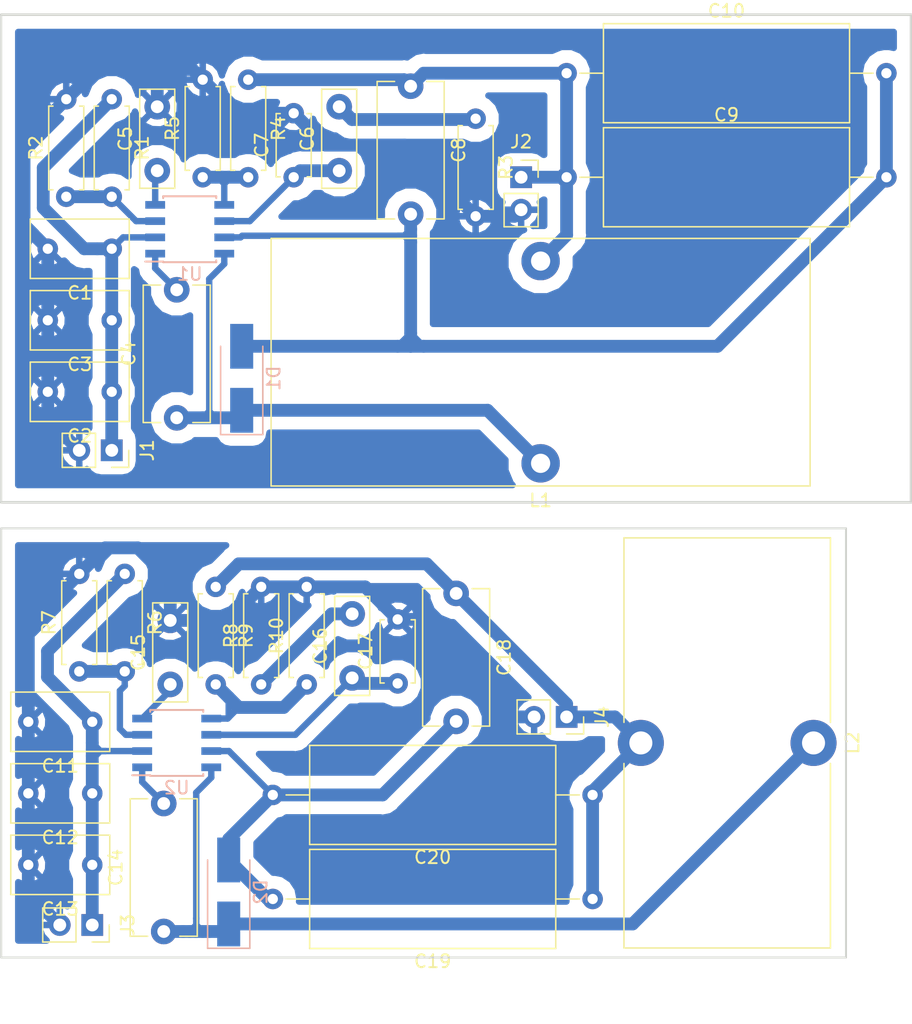
<source format=kicad_pcb>
(kicad_pcb (version 20211014) (generator pcbnew)
  (layers (0 "F.Cu" signal) (31 "B.Cu" signal) (34 "B.Paste" user) (35 "F.Paste" user) (36 "B.SilkS" user "B.Silkscreen") (37 "F.SilkS" user "F.Silkscreen") (38 "B.Mask" user) (39 "F.Mask" user) (44 "Edge.Cuts" user))
  (net 0 "")
  (net 1 "Net-(C1-Pad1)")
  (net 2 "GND")
  (net 3 "Net-(C4-Pad2)")
  (net 4 "Net-(C4-Pad1)")
  (net 5 "Net-(C5-Pad1)")
  (net 6 "Net-(C6-Pad1)")
  (net 7 "Net-(C6-Pad2)")
  (net 8 "Net-(C10-Pad1)")
  (net 9 "Net-(C10-Pad2)")
  (net 10 "Net-(R1-Pad2)")
  (net 11 "Net-(R4-Pad2)")
  (net 12 "Net-(C11-Pad1)")
  (net 13 "Net-(C14-Pad2)")
  (net 14 "Net-(C14-Pad1)")
  (net 15 "Net-(C15-Pad1)")
  (net 16 "Net-(C16-Pad2)")
  (net 17 "Net-(C16-Pad1)")
  (net 18 "Net-(C18-Pad1)")
  (net 19 "Net-(C18-Pad2)")
  (net 20 "Net-(R6-Pad2)")
  (net 21 "Net-(R10-Pad1)")
  (footprint "Capacitor_THT:C_Disc_D10.5mm_W5.0mm_P10.00mm" (layer "F.Cu") (at 157.48 103.632 90)
    (fp_text reference "C4" (at 5 -3.75 90) (layer "F.SilkS"))
    (fp_text value "0.1µF")
    (pad "1" thru_hole circle locked (at 0 0 90) (size 2 2) (drill 1) (layers *.Cu *.Mask) (net 4 "Net-(C4-Pad1)"))
    (pad "2" thru_hole circle locked (at 10 0 90) (size 2 2) (drill 1) (layers *.Cu *.Mask) (net 3 "Net-(C4-Pad2)"))
  )
  (footprint "Resistor_THT:R_Axial_DIN0207_L6.3mm_D2.5mm_P7.62mm_Horizontal" (layer "F.Cu") (at 180.848 80.264 -90)
    (fp_text reference "R3" (at 3.81 -2.37 -90) (layer "F.SilkS"))
    (fp_text value "29.4k")
    (pad "1" thru_hole circle locked (at 0 0 270) (size 1.6 1.6) (drill 0.8) (layers *.Cu *.Mask) (net 7 "Net-(C6-Pad2)"))
    (pad "2" thru_hole oval locked (at 7.62 0 270) (size 1.6 1.6) (drill 0.8) (layers *.Cu *.Mask) (net 2 "GND"))
  )
  (footprint "Capacitor_THT:C_Disc_D10.5mm_W5.0mm_P10.00mm" (layer "F.Cu") (at 179.324 117.348 -90)
    (fp_text reference "C18" (at 5 -3.75 -90) (layer "F.SilkS"))
    (fp_text value "0.1µF")
    (pad "1" thru_hole circle locked (at 0 0 270) (size 2 2) (drill 1) (layers *.Cu *.Mask) (net 18 "Net-(C18-Pad1)"))
    (pad "2" thru_hole circle locked (at 10 0 270) (size 2 2) (drill 1) (layers *.Cu *.Mask) (net 19 "Net-(C18-Pad2)"))
  )
  (footprint "Capacitor_THT:C_Disc_D7.5mm_W4.4mm_P5.00mm" (layer "F.Cu") (at 152.4 90.424 180)
    (fp_text reference "C1" (at 2.5 -3.45 180) (layer "F.SilkS"))
    (fp_text value "4.7µF")
    (pad "1" thru_hole circle locked (at 0 0 180) (size 1.6 1.6) (drill 0.8) (layers *.Cu *.Mask) (net 1 "Net-(C1-Pad1)"))
    (pad "2" thru_hole circle locked (at 5 0 180) (size 1.6 1.6) (drill 0.8) (layers *.Cu *.Mask) (net 2 "GND"))
  )
  (footprint "Capacitor_THT:C_Disc_D7.5mm_W4.4mm_P5.00mm" (layer "F.Cu") (at 152.4 101.6 180)
    (fp_text reference "C2" (at 2.5 -3.45 180) (layer "F.SilkS"))
    (fp_text value "4.7µF")
    (pad "1" thru_hole circle locked (at 0 0 180) (size 1.6 1.6) (drill 0.8) (layers *.Cu *.Mask) (net 1 "Net-(C1-Pad1)"))
    (pad "2" thru_hole circle locked (at 5 0 180) (size 1.6 1.6) (drill 0.8) (layers *.Cu *.Mask) (net 2 "GND"))
  )
  (footprint "Capacitor_THT:C_Disc_D7.5mm_W4.4mm_P5.00mm" (layer "F.Cu") (at 152.4 96.012 180)
    (fp_text reference "C3" (at 2.5 -3.45 180) (layer "F.SilkS"))
    (fp_text value "4.7µF")
    (pad "1" thru_hole circle locked (at 0 0 180) (size 1.6 1.6) (drill 0.8) (layers *.Cu *.Mask) (net 1 "Net-(C1-Pad1)"))
    (pad "2" thru_hole circle locked (at 5 0 180) (size 1.6 1.6) (drill 0.8) (layers *.Cu *.Mask) (net 2 "GND"))
  )
  (footprint "Capacitor_THT:C_Disc_D7.5mm_W2.5mm_P5.00mm" (layer "F.Cu") (at 155.956 84.328 90)
    (fp_text reference "C5" (at 2.5 -2.5 90) (layer "F.SilkS"))
    (fp_text value "0.01µF")
    (pad "1" thru_hole circle locked (at 0 0 90) (size 2 2) (drill 1) (layers *.Cu *.Mask) (net 5 "Net-(C5-Pad1)"))
    (pad "2" thru_hole circle locked (at 5 0 90) (size 2 2) (drill 1) (layers *.Cu *.Mask) (net 2 "GND"))
  )
  (footprint "Capacitor_THT:C_Disc_D7.5mm_W2.5mm_P5.00mm" (layer "F.Cu") (at 170.18 84.328 90)
    (fp_text reference "C6" (at 2.5 -2.5 90) (layer "F.SilkS"))
    (fp_text value "1000pF")
    (pad "1" thru_hole circle locked (at 0 0 90) (size 2 2) (drill 1) (layers *.Cu *.Mask) (net 6 "Net-(C6-Pad1)"))
    (pad "2" thru_hole circle locked (at 5 0 90) (size 2 2) (drill 1) (layers *.Cu *.Mask) (net 7 "Net-(C6-Pad2)"))
  )
  (footprint "Capacitor_THT:C_Disc_D4.7mm_W2.5mm_P5.00mm" (layer "F.Cu") (at 166.624 84.836 90)
    (fp_text reference "C7" (at 2.5 -2.5 90) (layer "F.SilkS"))
    (fp_text value "47pF")
    (pad "1" thru_hole circle locked (at 0 0 90) (size 1.6 1.6) (drill 0.8) (layers *.Cu *.Mask) (net 6 "Net-(C6-Pad1)"))
    (pad "2" thru_hole circle locked (at 5 0 90) (size 1.6 1.6) (drill 0.8) (layers *.Cu *.Mask) (net 2 "GND"))
  )
  (footprint "Capacitor_THT:C_Disc_D10.5mm_W5.0mm_P10.00mm" (layer "F.Cu") (at 175.768 77.724 -90)
    (fp_text reference "C8" (at 5 -3.75 -90) (layer "F.SilkS"))
    (fp_text value "0.1µF")
    (pad "1" thru_hole circle locked (at 0 0 270) (size 2 2) (drill 1) (layers *.Cu *.Mask) (net 8 "Net-(C10-Pad1)"))
    (pad "2" thru_hole circle locked (at 10 0 270) (size 2 2) (drill 1) (layers *.Cu *.Mask) (net 9 "Net-(C10-Pad2)"))
  )
  (footprint "Capacitor_THT:C_Axial_L19.0mm_D7.5mm_P25.00mm_Horizontal" (layer "F.Cu") (at 187.96 84.836)
    (fp_text reference "C9" (at 12.5 -4.87) (layer "F.SilkS"))
    (fp_text value "47µF")
    (pad "1" thru_hole circle locked (at 0 0) (size 1.6 1.6) (drill 0.8) (layers *.Cu *.Mask) (net 8 "Net-(C10-Pad1)"))
    (pad "2" thru_hole oval locked (at 25 0) (size 1.6 1.6) (drill 0.8) (layers *.Cu *.Mask) (net 9 "Net-(C10-Pad2)"))
  )
  (footprint "Capacitor_THT:C_Axial_L19.0mm_D7.5mm_P25.00mm_Horizontal" (layer "F.Cu") (at 187.96 76.708)
    (fp_text reference "C10" (at 12.5 -4.87) (layer "F.SilkS"))
    (fp_text value "47µF")
    (pad "1" thru_hole circle locked (at 0 0) (size 1.6 1.6) (drill 0.8) (layers *.Cu *.Mask) (net 8 "Net-(C10-Pad1)"))
    (pad "2" thru_hole oval locked (at 25 0) (size 1.6 1.6) (drill 0.8) (layers *.Cu *.Mask) (net 9 "Net-(C10-Pad2)"))
  )
  (footprint "Connector_PinSocket_2.54mm:PinSocket_1x02_P2.54mm_Vertical" (layer "F.Cu") (at 184.404 84.836)
    (fp_text reference "J2" (at 0 -2.77) (layer "F.SilkS"))
    (fp_text value "Conn_01x02_Female")
    (pad "1" thru_hole rect locked (at 0 0) (size 1.7 1.7) (drill 1) (layers *.Cu *.Mask) (net 8 "Net-(C10-Pad1)"))
    (pad "2" thru_hole oval locked (at 0 2.54) (size 1.7 1.7) (drill 1) (layers *.Cu *.Mask) (net 2 "GND"))
  )
  (footprint "Inductor_THT:L_Toroid_Vertical_L41.9mm_W19.1mm_P15.80mm_Vishay_TJ7" (layer "F.Cu") (at 185.928 107.188 180)
    (fp_text reference "L1" (at 0 -2.9 180) (layer "F.SilkS"))
    (fp_text value "22µH")
    (pad "1" thru_hole circle locked (at 0 0 180) (size 3 3) (drill 1.5) (layers *.Cu *.Mask) (net 4 "Net-(C4-Pad1)"))
    (pad "2" thru_hole circle locked (at 0 15.8 180) (size 3 3) (drill 1.5) (layers *.Cu *.Mask) (net 8 "Net-(C10-Pad1)"))
  )
  (footprint "Resistor_THT:R_Axial_DIN0207_L6.3mm_D2.5mm_P7.62mm_Horizontal" (layer "F.Cu") (at 152.4 78.74 -90)
    (fp_text reference "R1" (at 3.81 -2.37 -90) (layer "F.SilkS"))
    (fp_text value "332k")
    (pad "1" thru_hole circle locked (at 0 0 270) (size 1.6 1.6) (drill 0.8) (layers *.Cu *.Mask) (net 1 "Net-(C1-Pad1)"))
    (pad "2" thru_hole oval locked (at 7.62 0 270) (size 1.6 1.6) (drill 0.8) (layers *.Cu *.Mask) (net 10 "Net-(R1-Pad2)"))
  )
  (footprint "Resistor_THT:R_Axial_DIN0207_L6.3mm_D2.5mm_P7.62mm_Horizontal" (layer "F.Cu") (at 148.844 86.36 90)
    (fp_text reference "R2" (at 3.81 -2.37 90) (layer "F.SilkS"))
    (fp_text value "68.1k")
    (pad "1" thru_hole circle locked (at 0 0 90) (size 1.6 1.6) (drill 0.8) (layers *.Cu *.Mask) (net 10 "Net-(R1-Pad2)"))
    (pad "2" thru_hole oval locked (at 7.62 0 90) (size 1.6 1.6) (drill 0.8) (layers *.Cu *.Mask) (net 2 "GND"))
  )
  (footprint "Resistor_THT:R_Axial_DIN0207_L6.3mm_D2.5mm_P7.62mm_Horizontal" (layer "F.Cu") (at 163.068 77.216 -90)
    (fp_text reference "R4" (at 3.81 -2.37 -90) (layer "F.SilkS"))
    (fp_text value "10.2k")
    (pad "1" thru_hole circle locked (at 0 0 270) (size 1.6 1.6) (drill 0.8) (layers *.Cu *.Mask) (net 8 "Net-(C10-Pad1)"))
    (pad "2" thru_hole oval locked (at 7.62 0 270) (size 1.6 1.6) (drill 0.8) (layers *.Cu *.Mask) (net 11 "Net-(R4-Pad2)"))
  )
  (footprint "Resistor_THT:R_Axial_DIN0207_L6.3mm_D2.5mm_P7.62mm_Horizontal" (layer "F.Cu") (at 159.512 84.836 90)
    (fp_text reference "R5" (at 3.81 -2.37 90) (layer "F.SilkS"))
    (fp_text value "3.24k")
    (pad "1" thru_hole circle locked (at 0 0 90) (size 1.6 1.6) (drill 0.8) (layers *.Cu *.Mask) (net 11 "Net-(R4-Pad2)"))
    (pad "2" thru_hole oval locked (at 7.62 0 90) (size 1.6 1.6) (drill 0.8) (layers *.Cu *.Mask) (net 2 "GND"))
  )
  (footprint "Connector_PinSocket_2.54mm:PinSocket_1x02_P2.54mm_Vertical" (layer "F.Cu") (at 152.4 106.172 -90)
    (fp_text reference "J1" (at 0 -2.77 -90) (layer "F.SilkS"))
    (fp_text value "Conn_01x02_Female")
    (pad "1" thru_hole rect locked (at 0 0 270) (size 1.7 1.7) (drill 1) (layers *.Cu *.Mask) (net 1 "Net-(C1-Pad1)"))
    (pad "2" thru_hole oval locked (at 0 2.54 270) (size 1.7 1.7) (drill 1) (layers *.Cu *.Mask) (net 2 "GND"))
  )
  (footprint "Capacitor_THT:C_Disc_D7.5mm_W4.4mm_P5.00mm" (layer "F.Cu") (at 150.876 132.969 180)
    (fp_text reference "C12" (at 2.5 -3.45 180) (layer "F.SilkS"))
    (fp_text value "4.7µF")
    (pad "1" thru_hole circle locked (at 0 0 180) (size 1.6 1.6) (drill 0.8) (layers *.Cu *.Mask) (net 12 "Net-(C11-Pad1)"))
    (pad "2" thru_hole circle locked (at 5 0 180) (size 1.6 1.6) (drill 0.8) (layers *.Cu *.Mask) (net 2 "GND"))
  )
  (footprint "Capacitor_THT:C_Disc_D7.5mm_W4.4mm_P5.00mm" (layer "F.Cu") (at 150.876 138.557 180)
    (fp_text reference "C13" (at 2.5 -3.45 180) (layer "F.SilkS"))
    (fp_text value "4.7µF")
    (pad "1" thru_hole circle locked (at 0 0 180) (size 1.6 1.6) (drill 0.8) (layers *.Cu *.Mask) (net 12 "Net-(C11-Pad1)"))
    (pad "2" thru_hole circle locked (at 5 0 180) (size 1.6 1.6) (drill 0.8) (layers *.Cu *.Mask) (net 2 "GND"))
  )
  (footprint "Capacitor_THT:C_Disc_D10.5mm_W5.0mm_P10.00mm" (layer "F.Cu") (at 156.464 143.764 90)
    (fp_text reference "C14" (at 5 -3.75 90) (layer "F.SilkS"))
    (fp_text value "0.1µF")
    (pad "1" thru_hole circle locked (at 0 0 90) (size 2 2) (drill 1) (layers *.Cu *.Mask) (net 14 "Net-(C14-Pad1)"))
    (pad "2" thru_hole circle locked (at 10 0 90) (size 2 2) (drill 1) (layers *.Cu *.Mask) (net 13 "Net-(C14-Pad2)"))
  )
  (footprint "Capacitor_THT:C_Disc_D7.5mm_W2.5mm_P5.00mm" (layer "F.Cu") (at 156.972 124.46 90)
    (fp_text reference "C15" (at 2.5 -2.5 90) (layer "F.SilkS"))
    (fp_text value "0.01µF")
    (pad "1" thru_hole circle locked (at 0 0 90) (size 2 2) (drill 1) (layers *.Cu *.Mask) (net 15 "Net-(C15-Pad1)"))
    (pad "2" thru_hole circle locked (at 5 0 90) (size 2 2) (drill 1) (layers *.Cu *.Mask) (net 2 "GND"))
  )
  (footprint "Capacitor_THT:C_Disc_D7.5mm_W2.5mm_P5.00mm" (layer "F.Cu") (at 171.196 123.952 90)
    (fp_text reference "C16" (at 2.5 -2.5 90) (layer "F.SilkS"))
    (fp_text value "1000pF")
    (pad "1" thru_hole circle locked (at 0 0 90) (size 2 2) (drill 1) (layers *.Cu *.Mask) (net 17 "Net-(C16-Pad1)"))
    (pad "2" thru_hole circle locked (at 5 0 90) (size 2 2) (drill 1) (layers *.Cu *.Mask) (net 16 "Net-(C16-Pad2)"))
  )
  (footprint "Capacitor_THT:C_Disc_D4.7mm_W2.5mm_P5.00mm" (layer "F.Cu") (at 174.752 124.38 90)
    (fp_text reference "C17" (at 2.5 -2.5 90) (layer "F.SilkS"))
    (fp_text value "47pF")
    (pad "1" thru_hole circle locked (at 0 0 90) (size 1.6 1.6) (drill 0.8) (layers *.Cu *.Mask) (net 17 "Net-(C16-Pad1)"))
    (pad "2" thru_hole circle locked (at 5 0 90) (size 1.6 1.6) (drill 0.8) (layers *.Cu *.Mask) (net 2 "GND"))
  )
  (footprint "Capacitor_THT:C_Axial_L19.0mm_D7.5mm_P25.00mm_Horizontal" (layer "F.Cu") (at 189.992 141.224 180)
    (fp_text reference "C19" (at 12.5 -4.87 180) (layer "F.SilkS"))
    (fp_text value "47µF")
    (pad "1" thru_hole circle locked (at 0 0 180) (size 1.6 1.6) (drill 0.8) (layers *.Cu *.Mask) (net 18 "Net-(C18-Pad1)"))
    (pad "2" thru_hole oval locked (at 25 0 180) (size 1.6 1.6) (drill 0.8) (layers *.Cu *.Mask) (net 19 "Net-(C18-Pad2)"))
  )
  (footprint "Capacitor_THT:C_Axial_L19.0mm_D7.5mm_P25.00mm_Horizontal" (layer "F.Cu") (at 189.992 133.096 180)
    (fp_text reference "C20" (at 12.5 -4.87 180) (layer "F.SilkS"))
    (fp_text value "47µF")
    (pad "1" thru_hole circle locked (at 0 0 180) (size 1.6 1.6) (drill 0.8) (layers *.Cu *.Mask) (net 18 "Net-(C18-Pad1)"))
    (pad "2" thru_hole oval locked (at 25 0 180) (size 1.6 1.6) (drill 0.8) (layers *.Cu *.Mask) (net 19 "Net-(C18-Pad2)"))
  )
  (footprint "Connector_PinSocket_2.54mm:PinSocket_1x02_P2.54mm_Vertical" (layer "F.Cu") (at 187.96 127 -90)
    (fp_text reference "J4" (at 0 -2.77 -90) (layer "F.SilkS"))
    (fp_text value "Conn_01x02_Female")
    (pad "1" thru_hole rect locked (at 0 0 270) (size 1.7 1.7) (drill 1) (layers *.Cu *.Mask) (net 18 "Net-(C18-Pad1)"))
    (pad "2" thru_hole oval locked (at 0 2.54 270) (size 1.7 1.7) (drill 1) (layers *.Cu *.Mask) (net 2 "GND"))
  )
  (footprint "Inductor_THT:L_Toroid_Vertical_L31.8mm_W15.9mm_P13.50mm_Bourns_5700" (layer "F.Cu") (at 207.264 129.032 -90)
    (fp_text reference "L2" (at 0 -3.05 -90) (layer "F.SilkS"))
    (fp_text value "12µH")
    (pad "1" thru_hole circle locked (at 0 0 270) (size 3.6 3.6) (drill 1.8) (layers *.Cu *.Mask) (net 14 "Net-(C14-Pad1)"))
    (pad "2" thru_hole circle locked (at 0 13.5 270) (size 3.6 3.6) (drill 1.8) (layers *.Cu *.Mask) (net 18 "Net-(C18-Pad1)"))
  )
  (footprint "Resistor_THT:R_Axial_DIN0207_L6.3mm_D2.5mm_P7.62mm_Horizontal" (layer "F.Cu") (at 153.416 115.824 -90)
    (fp_text reference "R6" (at 3.81 -2.37 -90) (layer "F.SilkS"))
    (fp_text value "332k")
    (pad "1" thru_hole circle locked (at 0 0 270) (size 1.6 1.6) (drill 0.8) (layers *.Cu *.Mask) (net 12 "Net-(C11-Pad1)"))
    (pad "2" thru_hole oval locked (at 7.62 0 270) (size 1.6 1.6) (drill 0.8) (layers *.Cu *.Mask) (net 20 "Net-(R6-Pad2)"))
  )
  (footprint "Resistor_THT:R_Axial_DIN0207_L6.3mm_D2.5mm_P7.62mm_Horizontal" (layer "F.Cu") (at 164.084 124.46 90)
    (fp_text reference "R8" (at 3.81 -2.37 90) (layer "F.SilkS"))
    (fp_text value "29.4k")
    (pad "1" thru_hole circle locked (at 0 0 90) (size 1.6 1.6) (drill 0.8) (layers *.Cu *.Mask) (net 16 "Net-(C16-Pad2)"))
    (pad "2" thru_hole oval locked (at 7.62 0 90) (size 1.6 1.6) (drill 0.8) (layers *.Cu *.Mask) (net 2 "GND"))
  )
  (footprint "Resistor_THT:R_Axial_DIN0207_L6.3mm_D2.5mm_P7.62mm_Horizontal" (layer "F.Cu") (at 160.528 116.84 -90)
    (fp_text reference "R9" (at 3.81 -2.37 -90) (layer "F.SilkS"))
    (fp_text value "10.2k")
    (pad "1" thru_hole circle locked (at 0 0 270) (size 1.6 1.6) (drill 0.8) (layers *.Cu *.Mask) (net 18 "Net-(C18-Pad1)"))
    (pad "2" thru_hole oval locked (at 7.62 0 270) (size 1.6 1.6) (drill 0.8) (layers *.Cu *.Mask) (net 21 "Net-(R10-Pad1)"))
  )
  (footprint "Resistor_THT:R_Axial_DIN0207_L6.3mm_D2.5mm_P7.62mm_Horizontal" (layer "F.Cu") (at 167.64 124.46 90)
    (fp_text reference "R10" (at 3.81 -2.37 90) (layer "F.SilkS"))
    (fp_text value "3.24k")
    (pad "1" thru_hole circle locked (at 0 0 90) (size 1.6 1.6) (drill 0.8) (layers *.Cu *.Mask) (net 21 "Net-(R10-Pad1)"))
    (pad "2" thru_hole oval locked (at 7.62 0 90) (size 1.6 1.6) (drill 0.8) (layers *.Cu *.Mask) (net 2 "GND"))
  )
  (footprint "Capacitor_THT:C_Disc_D7.5mm_W4.4mm_P5.00mm" (layer "F.Cu") (at 150.876 127.381 180)
    (fp_text reference "C11" (at 2.5 -3.45 180) (layer "F.SilkS"))
    (fp_text value "4.7µF")
    (pad "1" thru_hole circle locked (at 0 0 180) (size 1.6 1.6) (drill 0.8) (layers *.Cu *.Mask) (net 12 "Net-(C11-Pad1)"))
    (pad "2" thru_hole circle locked (at 5 0 180) (size 1.6 1.6) (drill 0.8) (layers *.Cu *.Mask) (net 2 "GND"))
  )
  (footprint "Resistor_THT:R_Axial_DIN0207_L6.3mm_D2.5mm_P7.62mm_Horizontal" (layer "F.Cu") (at 149.86 123.444 90)
    (fp_text reference "R7" (at 3.81 -2.37 90) (layer "F.SilkS"))
    (fp_text value "68.1k")
    (pad "1" thru_hole circle locked (at 0 0 90) (size 1.6 1.6) (drill 0.8) (layers *.Cu *.Mask) (net 20 "Net-(R6-Pad2)"))
    (pad "2" thru_hole oval locked (at 7.62 0 90) (size 1.6 1.6) (drill 0.8) (layers *.Cu *.Mask) (net 2 "GND"))
  )
  (footprint "Connector_PinSocket_2.54mm:PinSocket_1x02_P2.54mm_Vertical" (layer "F.Cu") (at 150.876 143.256 -90)
    (fp_text reference "J3" (at 0 -2.77 -90) (layer "F.SilkS"))
    (fp_text value "Conn_01x02_Female")
    (pad "1" thru_hole rect locked (at 0 0 270) (size 1.7 1.7) (drill 1) (layers *.Cu *.Mask) (net 12 "Net-(C11-Pad1)"))
    (pad "2" thru_hole oval locked (at 0 2.54 270) (size 1.7 1.7) (drill 1) (layers *.Cu *.Mask) (net 2 "GND"))
  )
  (footprint "Package_SO:SOIC-8_3.9x4.9mm_P1.27mm" (layer "B.Cu") (at 158.496 88.9)
    (fp_text reference "U1" (at 0 3.5) (layer "B.SilkS") (effects (justify mirror)))
    (fp_text value "TPS54331")
    (pad "1" smd rect locked (at -2.7 1.905) (size 1.55 0.6) (layers "B.Cu" "B.Paste" "B.Mask") (net 3 "Net-(C4-Pad2)"))
    (pad "2" smd rect locked (at -2.7 0.635) (size 1.55 0.6) (layers "B.Cu" "B.Paste" "B.Mask") (net 1 "Net-(C1-Pad1)"))
    (pad "3" smd rect locked (at -2.7 -0.635) (size 1.55 0.6) (layers "B.Cu" "B.Paste" "B.Mask") (net 10 "Net-(R1-Pad2)"))
    (pad "4" smd rect locked (at -2.7 -1.905) (size 1.55 0.6) (layers "B.Cu" "B.Paste" "B.Mask") (net 5 "Net-(C5-Pad1)"))
    (pad "5" smd rect locked (at 2.7 -1.905) (size 1.55 0.6) (layers "B.Cu" "B.Paste" "B.Mask") (net 11 "Net-(R4-Pad2)"))
    (pad "6" smd rect locked (at 2.7 -0.635) (size 1.55 0.6) (layers "B.Cu" "B.Paste" "B.Mask") (net 6 "Net-(C6-Pad1)"))
    (pad "7" smd rect locked (at 2.7 0.635) (size 1.55 0.6) (layers "B.Cu" "B.Paste" "B.Mask") (net 9 "Net-(C10-Pad2)"))
    (pad "8" smd rect locked (at 2.7 1.905) (size 1.55 0.6) (layers "B.Cu" "B.Paste" "B.Mask") (net 4 "Net-(C4-Pad1)"))
  )
  (footprint "Diode_SMD:D_SMA_Handsoldering" (layer "B.Cu") (at 162.56 100.544 90)
    (fp_text reference "D1" (at 0 2.5 90) (layer "B.SilkS") (effects (justify mirror)))
    (fp_text value "B340A")
    (pad "1" smd rect locked (at -2.5 0 90) (size 3.5 1.8) (layers "B.Cu" "B.Paste" "B.Mask") (net 4 "Net-(C4-Pad1)"))
    (pad "2" smd rect locked (at 2.5 0 90) (size 3.5 1.8) (layers "B.Cu" "B.Paste" "B.Mask") (net 9 "Net-(C10-Pad2)"))
  )
  (footprint "Diode_SMD:D_SMA_Handsoldering" (layer "B.Cu") (at 161.544 140.676 90)
    (fp_text reference "D2" (at 0 2.5 90) (layer "B.SilkS") (effects (justify mirror)))
    (fp_text value "B340A")
    (pad "1" smd rect locked (at -2.5 0 90) (size 3.5 1.8) (layers "B.Cu" "B.Paste" "B.Mask") (net 14 "Net-(C14-Pad1)"))
    (pad "2" smd rect locked (at 2.5 0 90) (size 3.5 1.8) (layers "B.Cu" "B.Paste" "B.Mask") (net 19 "Net-(C18-Pad2)"))
  )
  (footprint "Package_SO:SOIC-8_3.9x4.9mm_P1.27mm" (layer "B.Cu") (at 157.48 129.032)
    (fp_text reference "U2" (at 0 3.5) (layer "B.SilkS") (effects (justify mirror)))
    (fp_text value "TPS54331")
    (pad "1" smd rect locked (at -2.7 1.905) (size 1.55 0.6) (layers "B.Cu" "B.Paste" "B.Mask") (net 13 "Net-(C14-Pad2)"))
    (pad "2" smd rect locked (at -2.7 0.635) (size 1.55 0.6) (layers "B.Cu" "B.Paste" "B.Mask") (net 12 "Net-(C11-Pad1)"))
    (pad "3" smd rect locked (at -2.7 -0.635) (size 1.55 0.6) (layers "B.Cu" "B.Paste" "B.Mask") (net 20 "Net-(R6-Pad2)"))
    (pad "4" smd rect locked (at -2.7 -1.905) (size 1.55 0.6) (layers "B.Cu" "B.Paste" "B.Mask") (net 15 "Net-(C15-Pad1)"))
    (pad "5" smd rect locked (at 2.7 -1.905) (size 1.55 0.6) (layers "B.Cu" "B.Paste" "B.Mask") (net 21 "Net-(R10-Pad1)"))
    (pad "6" smd rect locked (at 2.7 -0.635) (size 1.55 0.6) (layers "B.Cu" "B.Paste" "B.Mask") (net 17 "Net-(C16-Pad1)"))
    (pad "7" smd rect locked (at 2.7 0.635) (size 1.55 0.6) (layers "B.Cu" "B.Paste" "B.Mask") (net 19 "Net-(C18-Pad2)"))
    (pad "8" smd rect locked (at 2.7 1.905) (size 1.55 0.6) (layers "B.Cu" "B.Paste" "B.Mask") (net 14 "Net-(C14-Pad1)"))
  )
  (gr_line (start 214.884 72.136) (end 214.884 110.236) (layer "Edge.Cuts") (width 0.2))
  (gr_line (start 143.764 72.136) (end 143.764 110.236) (layer "Edge.Cuts") (width 0.15))
  (gr_line (start 214.884 110.236) (end 143.764 110.236) (layer "Edge.Cuts") (width 0.2))
  (gr_line (start 214.884 72.136) (end 143.764 72.136) (layer "Edge.Cuts") (width 0.2))
  (gr_line (start 209.804 112.268) (end 209.804 145.796) (layer "Edge.Cuts") (width 0.15))
  (gr_line (start 143.764 145.796) (end 143.764 112.268) (layer "Edge.Cuts") (width 0.15))
  (gr_line (start 209.804 145.796) (end 143.764 145.796) (layer "Edge.Cuts") (width 0.15))
  (gr_line (start 143.764 112.268) (end 209.804 112.268) (layer "Edge.Cuts") (width 0.15))
  (segment (start 152.4 101.6) (end 152.4 96.012) (width 1) (layer "B.Cu") (net 1))
  (segment (start 152.4 101.6) (end 152.4 106.172) (width 1) (layer "B.Cu") (net 1))
  (segment (start 155.796 89.535) (end 153.289 89.535) (width 0.5) (layer "B.Cu") (net 1))
  (segment (start 152.4 78.74) (end 147.043999 84.096001) (width 1) (layer "B.Cu") (net 1))
  (segment (start 147.043999 87.224001) (end 150.243998 90.424) (width 1) (layer "B.Cu") (net 1))
  (segment (start 147.043999 84.096001) (end 147.043999 87.224001) (width 1) (layer "B.Cu") (net 1))
  (segment (start 150.243998 90.424) (end 151.26863 90.424) (width 1) (layer "B.Cu") (net 1))
  (segment (start 152.4 96.012) (end 152.4 90.424) (width 1) (layer "B.Cu") (net 1))
  (segment (start 151.26863 90.424) (end 152.4 90.424) (width 1) (layer "B.Cu") (net 1))
  (segment (start 153.289 89.535) (end 152.4 90.424) (width 0.5) (layer "B.Cu") (net 1))
  (segment (start 154.94 76.416001) (end 155.956 76.416001) (width 1) (layer "B.Cu") (net 2))
  (segment (start 145.876 138.557) (end 145.876 132.969) (width 1) (layer "B.Cu") (net 2))
  (segment (start 149.86 115.824) (end 145.876 119.808) (width 1) (layer "B.Cu") (net 2))
  (segment (start 148.844 78.74) (end 151.167999 76.416001) (width 1) (layer "B.Cu") (net 2))
  (segment (start 151.892 113.792) (end 154.432 113.792) (width 1) (layer "B.Cu") (net 2))
  (segment (start 176.276 119.38) (end 174.752 119.38) (width 1) (layer "B.Cu") (net 2))
  (segment (start 147.4 103.712) (end 149.86 106.172) (width 1) (layer "B.Cu") (net 2))
  (segment (start 154.432 113.792) (end 156.972 116.332) (width 1) (layer "B.Cu") (net 2))
  (segment (start 148.844 78.74) (end 145.543988 82.040012) (width 1) (layer "B.Cu") (net 2))
  (segment (start 145.876 132.969) (end 145.876 127.381) (width 1) (layer "B.Cu") (net 2))
  (segment (start 156.972 76.708) (end 155.956 77.724) (width 0.5) (layer "B.Cu") (net 2))
  (segment (start 183.896 127) (end 176.276 119.38) (width 1) (layer "B.Cu") (net 2))
  (segment (start 162.132 79.836) (end 166.624 79.836) (width 1) (layer "B.Cu") (net 2))
  (segment (start 155.956 77.724) (end 155.956 76.416001) (width 1) (layer "B.Cu") (net 2))
  (segment (start 185.42 127) (end 183.896 127) (width 1) (layer "B.Cu") (net 2))
  (segment (start 183.896 87.884) (end 184.404 87.376) (width 1) (layer "B.Cu") (net 2))
  (segment (start 156.972 76.416001) (end 158.712001 76.416001) (width 1) (layer "B.Cu") (net 2))
  (segment (start 145.543988 88.567988) (end 146.600001 89.624001) (width 1) (layer "B.Cu") (net 2))
  (segment (start 159.512 77.216) (end 162.132 79.836) (width 1) (layer "B.Cu") (net 2))
  (segment (start 156.972 76.416001) (end 156.972 76.708) (width 0.5) (layer "B.Cu") (net 2))
  (segment (start 161.464 119.46) (end 164.084 116.84) (width 1) (layer "B.Cu") (net 2))
  (segment (start 167.423999 80.635999) (end 166.624 79.836) (width 1) (layer "B.Cu") (net 2))
  (segment (start 151.167999 76.416001) (end 154.94 76.416001) (width 1) (layer "B.Cu") (net 2))
  (segment (start 147.4 96.012) (end 147.4 90.424) (width 1) (layer "B.Cu") (net 2))
  (segment (start 147.4 101.6) (end 147.4 103.712) (width 1) (layer "B.Cu") (net 2))
  (segment (start 169.115999 82.327999) (end 167.423999 80.635999) (width 1) (layer "B.Cu") (net 2))
  (segment (start 145.876 140.796) (end 148.336 143.256) (width 1) (layer "B.Cu") (net 2))
  (segment (start 158.712001 76.416001) (end 159.512 77.216) (width 1) (layer "B.Cu") (net 2))
  (segment (start 155.956 76.416001) (end 156.972 76.416001) (width 1) (layer "B.Cu") (net 2))
  (segment (start 145.876 138.557) (end 145.876 140.796) (width 1) (layer "B.Cu") (net 2))
  (segment (start 145.543988 82.040012) (end 145.543988 88.567988) (width 1) (layer "B.Cu") (net 2))
  (segment (start 147.4 101.6) (end 147.4 96.012) (width 1) (layer "B.Cu") (net 2))
  (segment (start 154.94 76.708) (end 155.956 77.724) (width 0.5) (layer "B.Cu") (net 2))
  (segment (start 172.212 116.84) (end 167.64 116.84) (width 1) (layer "B.Cu") (net 2))
  (segment (start 175.291999 82.327999) (end 169.115999 82.327999) (width 1) (layer "B.Cu") (net 2))
  (segment (start 156.972 116.332) (end 156.972 119.46) (width 1) (layer "B.Cu") (net 2))
  (segment (start 145.876 119.808) (end 145.876 127.381) (width 1) (layer "B.Cu") (net 2))
  (segment (start 154.94 76.416001) (end 154.94 76.708) (width 0.5) (layer "B.Cu") (net 2))
  (segment (start 164.084 116.84) (end 167.64 116.84) (width 1) (layer "B.Cu") (net 2))
  (segment (start 174.752 119.38) (end 172.212 116.84) (width 1) (layer "B.Cu") (net 2))
  (segment (start 156.972 119.46) (end 161.464 119.46) (width 1) (layer "B.Cu") (net 2))
  (segment (start 149.86 115.824) (end 151.892 113.792) (width 1) (layer "B.Cu") (net 2))
  (segment (start 180.848 87.884) (end 183.896 87.884) (width 1) (layer "B.Cu") (net 2))
  (segment (start 146.600001 89.624001) (end 147.4 90.424) (width 1) (layer "B.Cu") (net 2))
  (segment (start 180.848 87.884) (end 175.291999 82.327999) (width 1) (layer "B.Cu") (net 2))
  (segment (start 155.956 79.328) (end 155.956 77.724) (width 1) (layer "B.Cu") (net 2))
  (segment (start 155.796 90.805) (end 155.796 91.948) (width 0.5) (layer "B.Cu") (net 3))
  (segment (start 155.796 91.948) (end 157.48 93.632) (width 0.5) (layer "B.Cu") (net 3))
  (segment (start 161.196 91.605) (end 160.02 92.781) (width 0.5) (layer "B.Cu") (net 4))
  (segment (start 160.528 103.632) (end 161.972 103.632) (width 1) (layer "B.Cu") (net 4))
  (segment (start 159.512 103.632) (end 160.02 103.632) (width 1) (layer "B.Cu") (net 4))
  (segment (start 157.48 103.632) (end 159.512 103.632) (width 1) (layer "B.Cu") (net 4))
  (segment (start 185.928 107.188) (end 181.784 103.044) (width 1) (layer "B.Cu") (net 4))
  (segment (start 159.512 103.632) (end 160.02 103.124) (width 0.5) (layer "B.Cu") (net 4))
  (segment (start 161.972 103.632) (end 162.56 103.044) (width 1) (layer "B.Cu") (net 4))
  (segment (start 160.02 103.124) (end 160.02 103.632) (width 0.5) (layer "B.Cu") (net 4))
  (segment (start 160.02 103.632) (end 160.528 103.632) (width 1) (layer "B.Cu") (net 4))
  (segment (start 161.196 90.805) (end 161.196 91.605) (width 0.5) (layer "B.Cu") (net 4))
  (segment (start 160.02 92.781) (end 160.02 103.124) (width 0.5) (layer "B.Cu") (net 4))
  (segment (start 181.784 103.044) (end 162.56 103.044) (width 1) (layer "B.Cu") (net 4))
  (segment (start 160.528 103.632) (end 160.02 103.124) (width 0.5) (layer "B.Cu") (net 4))
  (segment (start 155.796 86.995) (end 155.796 84.488) (width 0.5) (layer "B.Cu") (net 5))
  (segment (start 155.796 84.488) (end 155.956 84.328) (width 0.5) (layer "B.Cu") (net 5))
  (segment (start 167.132 84.328) (end 166.624 84.836) (width 1) (layer "B.Cu") (net 6))
  (segment (start 170.18 84.328) (end 167.132 84.328) (width 1) (layer "B.Cu") (net 6))
  (segment (start 163.195 88.265) (end 166.624 84.836) (width 0.5) (layer "B.Cu") (net 6))
  (segment (start 161.196 88.265) (end 163.195 88.265) (width 0.5) (layer "B.Cu") (net 6))
  (segment (start 180.784001 80.327999) (end 180.848 80.264) (width 1) (layer "B.Cu") (net 7))
  (segment (start 171.179999 80.327999) (end 180.784001 80.327999) (width 1) (layer "B.Cu") (net 7))
  (segment (start 170.18 79.328) (end 171.179999 80.327999) (width 1) (layer "B.Cu") (net 7))
  (segment (start 187.96 89.356) (end 187.96 84.836) (width 1) (layer "B.Cu") (net 8))
  (segment (start 184.404 84.836) (end 187.96 84.836) (width 1) (layer "B.Cu") (net 8))
  (segment (start 175.26 77.216) (end 175.768 77.724) (width 1) (layer "B.Cu") (net 8))
  (segment (start 163.068 77.216) (end 175.26 77.216) (width 1) (layer "B.Cu") (net 8))
  (segment (start 187.96 84.836) (end 187.96 76.708) (width 1) (layer "B.Cu") (net 8))
  (segment (start 176.784 76.708) (end 175.768 77.724) (width 1) (layer "B.Cu") (net 8))
  (segment (start 185.928 91.388) (end 187.96 89.356) (width 1) (layer "B.Cu") (net 8))
  (segment (start 187.96 76.708) (end 176.784 76.708) (width 1) (layer "B.Cu") (net 8))
  (segment (start 174.752 98.044) (end 175.768 97.028) (width 0.5) (layer "B.Cu") (net 9))
  (segment (start 175.26 89.408) (end 175.768 89.916) (width 0.5) (layer "B.Cu") (net 9))
  (segment (start 175.768 98.044) (end 174.752 98.044) (width 1) (layer "B.Cu") (net 9))
  (segment (start 162.471 89.535) (end 162.598 89.408) (width 0.5) (layer "B.Cu") (net 9))
  (segment (start 174.752 98.044) (end 162.56 98.044) (width 1) (layer "B.Cu") (net 9))
  (segment (start 175.26 89.408) (end 175.768 88.9) (width 0.5) (layer "B.Cu") (net 9))
  (segment (start 212.96 84.836) (end 199.752 98.044) (width 1) (layer "B.Cu") (net 9))
  (segment (start 175.768 89.408) (end 175.768 89.916) (width 1) (layer "B.Cu") (net 9))
  (segment (start 175.768 88.9) (end 175.768 89.408) (width 1) (layer "B.Cu") (net 9))
  (segment (start 161.196 89.535) (end 162.471 89.535) (width 0.5) (layer "B.Cu") (net 9))
  (segment (start 174.752 89.408) (end 175.768 89.408) (width 0.5) (layer "B.Cu") (net 9))
  (segment (start 176.784 98.044) (end 175.768 98.044) (width 1) (layer "B.Cu") (net 9))
  (segment (start 212.96 76.708) (end 212.96 84.836) (width 1) (layer "B.Cu") (net 9))
  (segment (start 175.768 97.028) (end 175.768 98.044) (width 1) (layer "B.Cu") (net 9))
  (segment (start 199.752 98.044) (end 176.784 98.044) (width 1) (layer "B.Cu") (net 9))
  (segment (start 175.768 97.028) (end 176.784 98.044) (width 0.5) (layer "B.Cu") (net 9))
  (segment (start 174.752 89.408) (end 175.26 89.408) (width 0.5) (layer "B.Cu") (net 9))
  (segment (start 162.598 89.408) (end 174.752 89.408) (width 0.5) (layer "B.Cu") (net 9))
  (segment (start 175.768 89.916) (end 175.768 97.028) (width 1) (layer "B.Cu") (net 9))
  (segment (start 175.768 87.724) (end 175.768 88.9) (width 1) (layer "B.Cu") (net 9))
  (segment (start 155.796 88.265) (end 154.305 88.265) (width 0.5) (layer "B.Cu") (net 10))
  (segment (start 154.305 88.265) (end 152.4 86.36) (width 0.5) (layer "B.Cu") (net 10))
  (segment (start 148.844 86.36) (end 152.4 86.36) (width 1) (layer "B.Cu") (net 10))
  (segment (start 161.036 84.836) (end 161.544 84.836) (width 1) (layer "B.Cu") (net 11))
  (segment (start 161.196 85.344) (end 161.196 84.996) (width 0.5) (layer "B.Cu") (net 11))
  (segment (start 159.512 84.836) (end 160.528 84.836) (width 1) (layer "B.Cu") (net 11))
  (segment (start 160.528 84.836) (end 161.036 84.836) (width 1) (layer "B.Cu") (net 11))
  (segment (start 160.688 84.836) (end 161.196 85.344) (width 0.5) (layer "B.Cu") (net 11))
  (segment (start 160.528 84.836) (end 160.688 84.836) (width 0.5) (layer "B.Cu") (net 11))
  (segment (start 161.196 86.995) (end 161.196 85.344) (width 0.5) (layer "B.Cu") (net 11))
  (segment (start 161.196 84.996) (end 161.036 84.836) (width 0.5) (layer "B.Cu") (net 11))
  (segment (start 161.544 84.836) (end 161.544 84.996) (width 0.5) (layer "B.Cu") (net 11))
  (segment (start 161.544 84.836) (end 163.068 84.836) (width 1) (layer "B.Cu") (net 11))
  (segment (start 161.544 84.996) (end 161.196 85.344) (width 0.5) (layer "B.Cu") (net 11))
  (segment (start 150.876 130.048) (end 151.13 130.048) (width 0.5) (layer "B.Cu") (net 12))
  (segment (start 150.876 130.556) (end 150.876 130.048) (width 1) (layer "B.Cu") (net 12))
  (segment (start 151.892 129.667) (end 154.78 129.667) (width 0.5) (layer "B.Cu") (net 12))
  (segment (start 150.876 132.969) (end 150.876 130.556) (width 1) (layer "B.Cu") (net 12))
  (segment (start 147.376011 121.863989) (end 147.376011 123.881011) (width 1) (layer "B.Cu") (net 12))
  (segment (start 151.892 129.667) (end 151.257 129.667) (width 0.5) (layer "B.Cu") (net 12))
  (segment (start 150.876 129.54) (end 151.003 129.667) (width 0.5) (layer "B.Cu") (net 12))
  (segment (start 150.876 138.557) (end 150.876 132.969) (width 1) (layer "B.Cu") (net 12))
  (segment (start 147.376011 123.881011) (end 150.076001 126.581001) (width 1) (layer "B.Cu") (net 12))
  (segment (start 150.876 129.032) (end 150.876 127.381) (width 1) (layer "B.Cu") (net 12))
  (segment (start 153.416 115.824) (end 147.376011 121.863989) (width 1) (layer "B.Cu") (net 12))
  (segment (start 151.892 129.667) (end 151.511 129.667) (width 0.5) (layer "B.Cu") (net 12))
  (segment (start 150.876 129.54) (end 150.876 129.032) (width 1) (layer "B.Cu") (net 12))
  (segment (start 150.876 130.048) (end 150.876 129.54) (width 1) (layer "B.Cu") (net 12))
  (segment (start 151.13 130.048) (end 151.511 129.667) (width 0.5) (layer "B.Cu") (net 12))
  (segment (start 150.076001 126.581001) (end 150.876 127.381) (width 1) (layer "B.Cu") (net 12))
  (segment (start 151.003 129.667) (end 151.892 129.667) (width 0.5) (layer "B.Cu") (net 12))
  (segment (start 150.876 143.256) (end 150.876 138.557) (width 1) (layer "B.Cu") (net 12))
  (segment (start 151.257 129.667) (end 150.876 130.048) (width 0.5) (layer "B.Cu") (net 12))
  (segment (start 151.511 129.667) (end 150.876 129.032) (width 0.5) (layer "B.Cu") (net 12))
  (segment (start 154.78 130.937) (end 154.78 132.08) (width 0.5) (layer "B.Cu") (net 13))
  (segment (start 154.78 132.08) (end 156.464 133.764) (width 0.5) (layer "B.Cu") (net 13))
  (segment (start 158.496 143.764) (end 159.004 143.256) (width 0.5) (layer "B.Cu") (net 14))
  (segment (start 159.512 143.764) (end 160.02 143.764) (width 1) (layer "B.Cu") (net 14))
  (segment (start 159.004 142.748) (end 159.004 143.256) (width 0.5) (layer "B.Cu") (net 14))
  (segment (start 159.004 132.913) (end 159.004 142.748) (width 0.5) (layer "B.Cu") (net 14))
  (segment (start 156.464 143.764) (end 157.988 143.764) (width 1) (layer "B.Cu") (net 14))
  (segment (start 160.02 143.764) (end 160.956 143.764) (width 1) (layer "B.Cu") (net 14))
  (segment (start 193.12 143.176) (end 161.544 143.176) (width 1) (layer "B.Cu") (net 14))
  (segment (start 157.988 143.764) (end 158.496 143.764) (width 1) (layer "B.Cu") (net 14))
  (segment (start 160.18 131.737) (end 159.004 132.913) (width 0.5) (layer "B.Cu") (net 14))
  (segment (start 160.18 130.937) (end 160.18 131.737) (width 0.5) (layer "B.Cu") (net 14))
  (segment (start 159.004 143.256) (end 159.004 143.764) (width 0.5) (layer "B.Cu") (net 14))
  (segment (start 159.004 143.764) (end 159.512 143.764) (width 1) (layer "B.Cu") (net 14))
  (segment (start 207.264 129.032) (end 193.12 143.176) (width 1) (layer "B.Cu") (net 14))
  (segment (start 159.512 143.764) (end 159.004 143.256) (width 0.5) (layer "B.Cu") (net 14))
  (segment (start 158.496 143.764) (end 159.004 143.764) (width 1) (layer "B.Cu") (net 14))
  (segment (start 160.956 143.764) (end 161.544 143.176) (width 1) (layer "B.Cu") (net 14))
  (segment (start 156.972 124.935) (end 154.78 127.127) (width 0.5) (layer "B.Cu") (net 15))
  (segment (start 156.972 124.46) (end 156.972 124.935) (width 0.5) (layer "B.Cu") (net 15))
  (segment (start 169.592 118.952) (end 171.196 118.952) (width 1) (layer "B.Cu") (net 16))
  (segment (start 164.084 124.46) (end 169.592 118.952) (width 1) (layer "B.Cu") (net 16))
  (segment (start 171.196 123.952) (end 166.751 128.397) (width 0.5) (layer "B.Cu") (net 17))
  (segment (start 171.624 124.38) (end 171.196 123.952) (width 1) (layer "B.Cu") (net 17))
  (segment (start 174.752 124.38) (end 171.624 124.38) (width 1) (layer "B.Cu") (net 17))
  (segment (start 166.751 128.397) (end 160.18 128.397) (width 0.5) (layer "B.Cu") (net 17))
  (segment (start 187.96 127) (end 191.732 127) (width 1) (layer "B.Cu") (net 18))
  (segment (start 189.992 133.096) (end 189.992 132.804) (width 1) (layer "B.Cu") (net 18))
  (segment (start 189.992 132.804) (end 193.764 129.032) (width 1) (layer "B.Cu") (net 18))
  (segment (start 189.992 141.224) (end 189.992 133.096) (width 1) (layer "B.Cu") (net 18))
  (segment (start 162.328001 115.039999) (end 177.015999 115.039999) (width 1) (layer "B.Cu") (net 18))
  (segment (start 177.015999 115.039999) (end 178.324001 116.348001) (width 1) (layer "B.Cu") (net 18))
  (segment (start 187.96 125.984) (end 187.96 127) (width 1) (layer "B.Cu") (net 18))
  (segment (start 178.324001 116.348001) (end 179.324 117.348) (width 1) (layer "B.Cu") (net 18))
  (segment (start 160.528 116.84) (end 162.328001 115.039999) (width 1) (layer "B.Cu") (net 18))
  (segment (start 191.732 127) (end 193.764 129.032) (width 1) (layer "B.Cu") (net 18))
  (segment (start 179.324 117.348) (end 187.96 125.984) (width 1) (layer "B.Cu") (net 18))
  (segment (start 179.324 127.348) (end 173.576 133.096) (width 1) (layer "B.Cu") (net 19))
  (segment (start 161.544 138.176) (end 161.544 136.544) (width 1) (layer "B.Cu") (net 19))
  (segment (start 164.592 141.224) (end 161.544 138.176) (width 1) (layer "B.Cu") (net 19))
  (segment (start 161.563 129.667) (end 164.992 133.096) (width 0.5) (layer "B.Cu") (net 19))
  (segment (start 160.18 129.667) (end 161.563 129.667) (width 0.5) (layer "B.Cu") (net 19))
  (segment (start 173.576 133.096) (end 164.992 133.096) (width 1) (layer "B.Cu") (net 19))
  (segment (start 161.544 136.544) (end 164.992 133.096) (width 1) (layer "B.Cu") (net 19))
  (segment (start 164.992 141.224) (end 164.592 141.224) (width 1) (layer "B.Cu") (net 19))
  (segment (start 153.416 124.57537) (end 153.035 124.95637) (width 0.5) (layer "B.Cu") (net 20))
  (segment (start 153.416 123.444) (end 153.416 124.57537) (width 0.5) (layer "B.Cu") (net 20))
  (segment (start 149.86 123.444) (end 153.416 123.444) (width 1) (layer "B.Cu") (net 20))
  (segment (start 153.505 128.397) (end 153.035 127.927) (width 0.5) (layer "B.Cu") (net 20))
  (segment (start 154.78 128.397) (end 153.505 128.397) (width 0.5) (layer "B.Cu") (net 20))
  (segment (start 153.035 124.95637) (end 153.035 127.927) (width 0.5) (layer "B.Cu") (net 20))
  (segment (start 161.544 125.476) (end 162.328001 126.260001) (width 1) (layer "B.Cu") (net 21))
  (segment (start 162.328001 126.260001) (end 165.839999 126.260001) (width 1) (layer "B.Cu") (net 21))
  (segment (start 162.321999 126.260001) (end 162.328001 126.260001) (width 0.5) (layer "B.Cu") (net 21))
  (segment (start 165.839999 126.260001) (end 167.64 124.46) (width 1) (layer "B.Cu") (net 21))
  (segment (start 161.455 127.127) (end 161.544 127.038) (width 0.5) (layer "B.Cu") (net 21))
  (segment (start 161.544 125.476) (end 161.544 127.038) (width 0.5) (layer "B.Cu") (net 21))
  (segment (start 161.544 127.038) (end 162.321999 126.260001) (width 0.5) (layer "B.Cu") (net 21))
  (segment (start 160.528 124.46) (end 161.544 125.476) (width 1) (layer "B.Cu") (net 21))
  (segment (start 160.18 127.127) (end 161.455 127.127) (width 0.5) (layer "B.Cu") (net 21))
  (zone (net 2) (net_name "GND") (layer "B.Cu") (connect_pads (clearance 1)) (min_thickness 0.5) (fill yes (thermal_gap 0.508) (thermal_bridge_width 0.508))
    (polygon (pts (xy 143.764 72.136) (xy 143.764 110.236) (xy 214.884 110.236) (xy 214.884 72.136)))
  )
  (zone (net 2) (net_name "GND") (layer "B.Cu") (connect_pads (clearance 1)) (min_thickness 0.5) (fill yes (thermal_gap 0.508) (thermal_bridge_width 0.508))
    (polygon (pts (xy 143.764 112.268) (xy 143.764 145.796) (xy 209.804 145.796) (xy 209.804 112.268)))
  )
)
</source>
